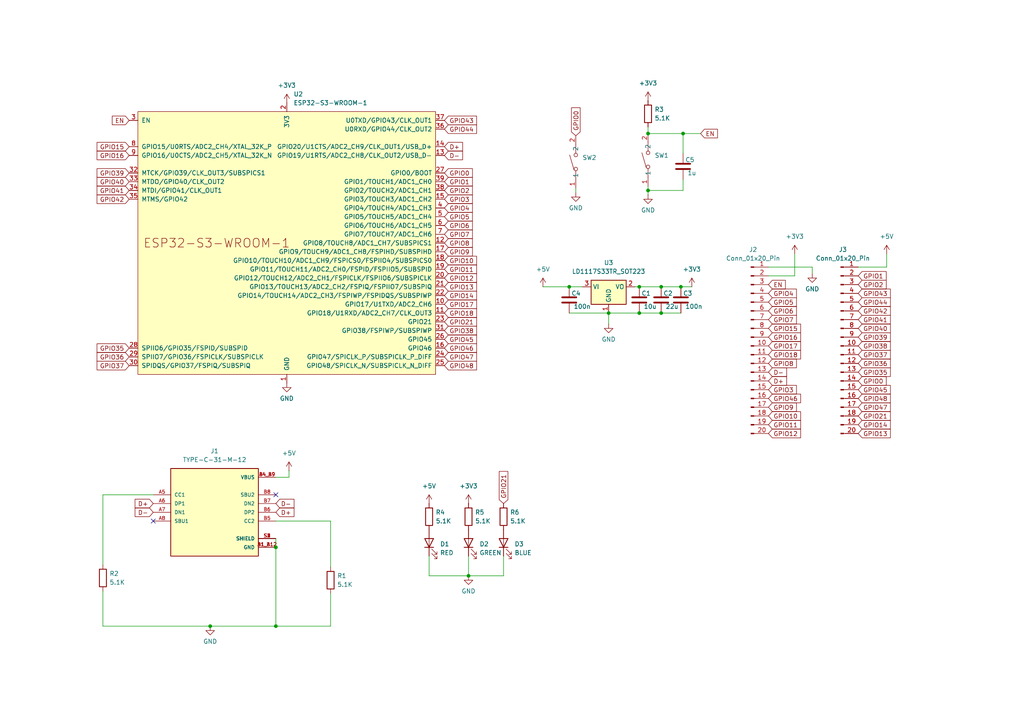
<source format=kicad_sch>
(kicad_sch (version 20250114) (generator "eeschema") (generator_version "9.0")
  (paper "A4")
  (lib_symbols
    (symbol "Connector:Conn_01x20_Pin" (pin_names (offset 1.016) (hide yes))
      (property "Reference" "J" (at 0 25.4 0))
      (property "Value" "Conn_01x20_Pin" (at 0 -27.94 0))
      (symbol "Conn_01x20_Pin_1_1"
        (rectangle (start 0.8636 22.987) (end 0 22.733) (stroke (width 0.1524)) (fill (type outline)))
        (rectangle (start 0.8636 20.447) (end 0 20.193) (stroke (width 0.1524)) (fill (type outline)))
        (rectangle (start 0.8636 17.907) (end 0 17.653) (stroke (width 0.1524)) (fill (type outline)))
        (rectangle (start 0.8636 15.367) (end 0 15.113) (stroke (width 0.1524)) (fill (type outline)))
        (rectangle (start 0.8636 12.827) (end 0 12.573) (stroke (width 0.1524)) (fill (type outline)))
        (rectangle (start 0.8636 10.287) (end 0 10.033) (stroke (width 0.1524)) (fill (type outline)))
        (rectangle (start 0.8636 7.747) (end 0 7.493) (stroke (width 0.1524)) (fill (type outline)))
        (rectangle (start 0.8636 5.207) (end 0 4.953) (stroke (width 0.1524)) (fill (type outline)))
        (rectangle (start 0.8636 2.667) (end 0 2.413) (stroke (width 0.1524)) (fill (type outline)))
        (rectangle (start 0.8636 0.127) (end 0 -0.127) (stroke (width 0.1524)) (fill (type outline)))
        (rectangle (start 0.8636 -2.413) (end 0 -2.667) (stroke (width 0.1524)) (fill (type outline)))
        (rectangle (start 0.8636 -4.953) (end 0 -5.207) (stroke (width 0.1524)) (fill (type outline)))
        (rectangle (start 0.8636 -7.493) (end 0 -7.747) (stroke (width 0.1524)) (fill (type outline)))
        (rectangle (start 0.8636 -10.033) (end 0 -10.287) (stroke (width 0.1524)) (fill (type outline)))
        (rectangle (start 0.8636 -12.573) (end 0 -12.827) (stroke (width 0.1524)) (fill (type outline)))
        (rectangle (start 0.8636 -15.113) (end 0 -15.367) (stroke (width 0.1524)) (fill (type outline)))
        (rectangle (start 0.8636 -17.653) (end 0 -17.907) (stroke (width 0.1524)) (fill (type outline)))
        (rectangle (start 0.8636 -20.193) (end 0 -20.447) (stroke (width 0.1524)) (fill (type outline)))
        (rectangle (start 0.8636 -22.733) (end 0 -22.987) (stroke (width 0.1524)) (fill (type outline)))
        (rectangle (start 0.8636 -25.273) (end 0 -25.527) (stroke (width 0.1524)) (fill (type outline)))
        (polyline (pts (xy 1.27 22.86) (xy 0.8636 22.86)) (stroke (width 0.1524)))
        (polyline (pts (xy 1.27 20.32) (xy 0.8636 20.32)) (stroke (width 0.1524)))
        (polyline (pts (xy 1.27 17.78) (xy 0.8636 17.78)) (stroke (width 0.1524)))
        (polyline (pts (xy 1.27 15.24) (xy 0.8636 15.24)) (stroke (width 0.1524)))
        (polyline (pts (xy 1.27 12.7) (xy 0.8636 12.7)) (stroke (width 0.1524)))
        (polyline (pts (xy 1.27 10.16) (xy 0.8636 10.16)) (stroke (width 0.1524)))
        (polyline (pts (xy 1.27 7.62) (xy 0.8636 7.62)) (stroke (width 0.1524)))
        (polyline (pts (xy 1.27 5.08) (xy 0.8636 5.08)) (stroke (width 0.1524)))
        (polyline (pts (xy 1.27 2.54) (xy 0.8636 2.54)) (stroke (width 0.1524)))
        (polyline (pts (xy 1.27 0) (xy 0.8636 0)) (stroke (width 0.1524)))
        (polyline (pts (xy 1.27 -2.54) (xy 0.8636 -2.54)) (stroke (width 0.1524)))
        (polyline (pts (xy 1.27 -5.08) (xy 0.8636 -5.08)) (stroke (width 0.1524)))
        (polyline (pts (xy 1.27 -7.62) (xy 0.8636 -7.62)) (stroke (width 0.1524)))
        (polyline (pts (xy 1.27 -10.16) (xy 0.8636 -10.16)) (stroke (width 0.1524)))
        (polyline (pts (xy 1.27 -12.7) (xy 0.8636 -12.7)) (stroke (width 0.1524)))
        (polyline (pts (xy 1.27 -15.24) (xy 0.8636 -15.24)) (stroke (width 0.1524)))
        (polyline (pts (xy 1.27 -17.78) (xy 0.8636 -17.78)) (stroke (width 0.1524)))
        (polyline (pts (xy 1.27 -20.32) (xy 0.8636 -20.32)) (stroke (width 0.1524)))
        (polyline (pts (xy 1.27 -22.86) (xy 0.8636 -22.86)) (stroke (width 0.1524)))
        (polyline (pts (xy 1.27 -25.4) (xy 0.8636 -25.4)) (stroke (width 0.1524)))
        (pin passive line (at 5.08 22.86 180) (length 3.81) (name "Pin_1") (number "1"))
        (pin passive line (at 5.08 20.32 180) (length 3.81) (name "Pin_2") (number "2"))
        (pin passive line (at 5.08 17.78 180) (length 3.81) (name "Pin_3") (number "3"))
        (pin passive line (at 5.08 15.24 180) (length 3.81) (name "Pin_4") (number "4"))
        (pin passive line (at 5.08 12.7 180) (length 3.81) (name "Pin_5") (number "5"))
        (pin passive line (at 5.08 10.16 180) (length 3.81) (name "Pin_6") (number "6"))
        (pin passive line (at 5.08 7.62 180) (length 3.81) (name "Pin_7") (number "7"))
        (pin passive line (at 5.08 5.08 180) (length 3.81) (name "Pin_8") (number "8"))
        (pin passive line (at 5.08 2.54 180) (length 3.81) (name "Pin_9") (number "9"))
        (pin passive line (at 5.08 0 180) (length 3.81) (name "Pin_10") (number "10"))
        (pin passive line (at 5.08 -2.54 180) (length 3.81) (name "Pin_11") (number "11"))
        (pin passive line (at 5.08 -5.08 180) (length 3.81) (name "Pin_12") (number "12"))
        (pin passive line (at 5.08 -7.62 180) (length 3.81) (name "Pin_13") (number "13"))
        (pin passive line (at 5.08 -10.16 180) (length 3.81) (name "Pin_14") (number "14"))
        (pin passive line (at 5.08 -12.7 180) (length 3.81) (name "Pin_15") (number "15"))
        (pin passive line (at 5.08 -15.24 180) (length 3.81) (name "Pin_16") (number "16"))
        (pin passive line (at 5.08 -17.78 180) (length 3.81) (name "Pin_17") (number "17"))
        (pin passive line (at 5.08 -20.32 180) (length 3.81) (name "Pin_18") (number "18"))
        (pin passive line (at 5.08 -22.86 180) (length 3.81) (name "Pin_19") (number "19"))
        (pin passive line (at 5.08 -25.4 180) (length 3.81) (name "Pin_20") (number "20"))
      )
    )
    (symbol "Device:C" (pin_numbers (hide yes)) (pin_names (offset 0.254))
      (property "Reference" "C" (at 0.635 2.54 0))
      (property "Value" "C" (at 0.635 -2.54 0))
      (symbol "C_0_1"
        (polyline (pts (xy -2.032 0.762) (xy 2.032 0.762)) (stroke (width 0.508)))
        (polyline (pts (xy -2.032 -0.762) (xy 2.032 -0.762)) (stroke (width 0.508)))
      )
      (symbol "C_1_1"
        (pin passive line (at 0 3.81 270) (length 2.794) (name "~") (number "1"))
        (pin passive line (at 0 -3.81 90) (length 2.794) (name "~") (number "2"))
      )
    )
    (symbol "Device:LED" (pin_numbers (hide yes)) (pin_names (offset 1.016) (hide yes))
      (property "Reference" "D" (at 0 2.54 0))
      (property "Value" "LED" (at 0 -2.54 0))
      (symbol "LED_0_1"
        (polyline (pts (xy -3.048 -0.762) (xy -4.572 -2.286) (xy -3.81 -2.286) (xy -4.572 -2.286) (xy -4.572 -1.524)))
        (polyline (pts (xy -1.778 -0.762) (xy -3.302 -2.286) (xy -2.54 -2.286) (xy -3.302 -2.286) (xy -3.302 -1.524)))
        (polyline (pts (xy -1.27 0) (xy 1.27 0)))
        (polyline (pts (xy -1.27 -1.27) (xy -1.27 1.27)) (stroke (width 0.254)))
        (polyline (pts (xy 1.27 -1.27) (xy 1.27 1.27) (xy -1.27 0) (xy 1.27 -1.27)) (stroke (width 0.254)))
      )
      (symbol "LED_1_1"
        (pin passive line (at -3.81 0 0) (length 2.54) (name "K") (number "1"))
        (pin passive line (at 3.81 0 180) (length 2.54) (name "A") (number "2"))
      )
    )
    (symbol "Device:R" (pin_numbers (hide yes)) (pin_names (offset 0))
      (property "Reference" "R" (at 2.032 0 90))
      (property "Value" "R" (at 0 0 90))
      (symbol "R_0_1"
        (rectangle (start -1.016 -2.54) (end 1.016 2.54) (stroke (width 0.254)))
      )
      (symbol "R_1_1"
        (pin passive line (at 0 3.81 270) (length 1.27) (name "~") (number "1"))
        (pin passive line (at 0 -3.81 90) (length 1.27) (name "~") (number "2"))
      )
    )
    (symbol "PCM_Espressif:ESP32-S3-WROOM-1" (pin_names (offset 1.016))
      (property "Reference" "U" (at -43.18 43.18 0))
      (property "Value" "ESP32-S3-WROOM-1" (at -43.18 40.64 0))
      (symbol "ESP32-S3-WROOM-1_0_0"
        (text "ESP32-S3-WROOM-1" (at -20.32 0 0) (effects (font (size 2.54 2.54))))
        (pin input line (at -45.72 35.56 0) (length 2.54) (name "EN") (number "3"))
        (pin bidirectional line (at -45.72 27.94 0) (length 2.54) (name "GPIO15/U0RTS/ADC2_CH4/XTAL_32K_P") (number "8"))
        (pin bidirectional line (at -45.72 25.4 0) (length 2.54) (name "GPIO16/U0CTS/ADC2_CH5/XTAL_32K_N") (number "9"))
        (pin bidirectional line (at -45.72 20.32 0) (length 2.54) (name "MTCK/GPIO39/CLK_OUT3/SUBSPICS1") (number "32"))
        (pin bidirectional line (at -45.72 17.78 0) (length 2.54) (name "MTDO/GPIO40/CLK_OUT2") (number "33"))
        (pin bidirectional line (at -45.72 15.24 0) (length 2.54) (name "MTDI/GPIO41/CLK_OUT1") (number "34"))
        (pin bidirectional line (at -45.72 12.7 0) (length 2.54) (name "MTMS/GPIO42") (number "35"))
        (pin bidirectional line (at -45.72 -30.48 0) (length 2.54) (name "SPIIO6/GPIO35/FSPID/SUBSPID") (number "28"))
        (pin bidirectional line (at -45.72 -33.02 0) (length 2.54) (name "SPIIO7/GPIO36/FSPICLK/SUBSPICLK") (number "29"))
        (pin bidirectional line (at -45.72 -35.56 0) (length 2.54) (name "SPIDQS/GPIO37/FSPIQ/SUBSPIQ") (number "30"))
        (pin power_in line (at 0 40.64 270) (length 2.54) (name "3V3") (number "2"))
        (pin power_in line (at 0 -40.64 90) (length 2.54) (name "GND") (number "1"))
        (pin passive line (at 0 -40.64 90) (length 2.54) (hide yes) (name "GND") (number "40"))
        (pin passive line (at 0 -40.64 90) (length 2.54) (hide yes) (name "GND") (number "41"))
        (pin bidirectional line (at 45.72 35.56 180) (length 2.54) (name "U0TXD/GPIO43/CLK_OUT1") (number "37"))
        (pin bidirectional line (at 45.72 33.02 180) (length 2.54) (name "U0RXD/GPIO44/CLK_OUT2") (number "36"))
        (pin bidirectional line (at 45.72 27.94 180) (length 2.54) (name "GPIO20/U1CTS/ADC2_CH9/CLK_OUT1/USB_D+") (number "14"))
        (pin bidirectional line (at 45.72 25.4 180) (length 2.54) (name "GPIO19/U1RTS/ADC2_CH8/CLK_OUT2/USB_D-") (number "13"))
        (pin bidirectional line (at 45.72 20.32 180) (length 2.54) (name "GPIO0/BOOT") (number "27"))
        (pin bidirectional line (at 45.72 17.78 180) (length 2.54) (name "GPIO1/TOUCH1/ADC1_CH0") (number "39"))
        (pin bidirectional line (at 45.72 15.24 180) (length 2.54) (name "GPIO2/TOUCH2/ADC1_CH1") (number "38"))
        (pin bidirectional line (at 45.72 12.7 180) (length 2.54) (name "GPIO3/TOUCH3/ADC1_CH2") (number "15"))
        (pin bidirectional line (at 45.72 10.16 180) (length 2.54) (name "GPIO4/TOUCH4/ADC1_CH3") (number "4"))
        (pin bidirectional line (at 45.72 7.62 180) (length 2.54) (name "GPIO5/TOUCH5/ADC1_CH4") (number "5"))
        (pin bidirectional line (at 45.72 5.08 180) (length 2.54) (name "GPIO6/TOUCH6/ADC1_CH5") (number "6"))
        (pin bidirectional line (at 45.72 2.54 180) (length 2.54) (name "GPIO7/TOUCH7/ADC1_CH6") (number "7"))
        (pin bidirectional line (at 45.72 0 180) (length 2.54) (name "GPIO8/TOUCH8/ADC1_CH7/SUBSPICS1") (number "12"))
        (pin bidirectional line (at 45.72 -2.54 180) (length 2.54) (name "GPIO9/TOUCH9/ADC1_CH8/FSPIHD/SUBSPIHD") (number "17"))
        (pin bidirectional line (at 45.72 -5.08 180) (length 2.54) (name "GPIO10/TOUCH10/ADC1_CH9/FSPICS0/FSPIIO4/SUBSPICS0") (number "18"))
        (pin bidirectional line (at 45.72 -7.62 180) (length 2.54) (name "GPIO11/TOUCH11/ADC2_CH0/FSPID/FSPIIO5/SUBSPID") (number "19"))
        (pin bidirectional line (at 45.72 -10.16 180) (length 2.54) (name "GPIO12/TOUCH12/ADC2_CH1/FSPICLK/FSPIIO6/SUBSPICLK") (number "20"))
        (pin bidirectional line (at 45.72 -12.7 180) (length 2.54) (name "GPIO13/TOUCH13/ADC2_CH2/FSPIQ/FSPIIO7/SUBSPIQ") (number "21"))
        (pin bidirectional line (at 45.72 -15.24 180) (length 2.54) (name "GPIO14/TOUCH14/ADC2_CH3/FSPIWP/FSPIDQS/SUBSPIWP") (number "22"))
        (pin bidirectional line (at 45.72 -17.78 180) (length 2.54) (name "GPIO17/U1TXD/ADC2_CH6") (number "10"))
        (pin bidirectional line (at 45.72 -20.32 180) (length 2.54) (name "GPIO18/U1RXD/ADC2_CH7/CLK_OUT3") (number "11"))
        (pin bidirectional line (at 45.72 -22.86 180) (length 2.54) (name "GPIO21") (number "23"))
        (pin bidirectional line (at 45.72 -25.4 180) (length 2.54) (name "GPIO38/FSPIWP/SUBSPIWP") (number "31"))
        (pin bidirectional line (at 45.72 -27.94 180) (length 2.54) (name "GPIO45") (number "26"))
        (pin bidirectional line (at 45.72 -30.48 180) (length 2.54) (name "GPIO46") (number "16"))
        (pin bidirectional line (at 45.72 -33.02 180) (length 2.54) (name "GPIO47/SPICLK_P/SUBSPICLK_P_DIFF") (number "24"))
        (pin bidirectional line (at 45.72 -35.56 180) (length 2.54) (name "GPIO48/SPICLK_N/SUBSPICLK_N_DIFF") (number "25"))
      )
      (symbol "ESP32-S3-WROOM-1_0_1"
        (rectangle (start -43.18 38.1) (end 43.18 -38.1) (fill (type background)))
      )
    )
    (symbol "Regulator_Linear:LD1117S33TR_SOT223"
      (property "Reference" "U" (at -3.81 3.175 0))
      (property "Value" "LD1117S33TR_SOT223" (at 0 3.175 0))
      (symbol "LD1117S33TR_SOT223_0_1"
        (rectangle (start -5.08 -5.08) (end 5.08 1.905) (stroke (width 0.254)) (fill (type background)))
      )
      (symbol "LD1117S33TR_SOT223_1_1"
        (pin power_in line (at -7.62 0 0) (length 2.54) (name "VI") (number "3"))
        (pin power_in line (at 0 -7.62 90) (length 2.54) (name "GND") (number "1"))
        (pin power_out line (at 7.62 0 180) (length 2.54) (name "VO") (number "2"))
      )
    )
    (symbol "TYPE-C-31-M-12:TYPE-C-31-M-12" (pin_names (offset 1.016))
      (property "Reference" "J" (at -12.7 13.462 0))
      (property "Value" "TYPE-C-31-M-12" (at -12.7 -13.462 0))
      (symbol "TYPE-C-31-M-12_0_0"
        (rectangle (start -12.7 -12.7) (end 12.7 12.7) (stroke (width 0.254)) (fill (type background)))
        (pin bidirectional line (at -17.78 5.08 0) (length 5.08) (name "CC1") (number "A5"))
        (pin bidirectional line (at -17.78 2.54 0) (length 5.08) (name "DP1") (number "A6"))
        (pin bidirectional line (at -17.78 0 0) (length 5.08) (name "DN1") (number "A7"))
        (pin bidirectional line (at -17.78 -2.54 0) (length 5.08) (name "SBU1") (number "A8"))
        (pin power_in line (at 17.78 10.16 180) (length 5.08) (name "VBUS") (number "A4_B9"))
        (pin power_in line (at 17.78 10.16 180) (length 5.08) (name "VBUS") (number "B4_A9"))
        (pin bidirectional line (at 17.78 5.08 180) (length 5.08) (name "SBU2") (number "B8"))
        (pin bidirectional line (at 17.78 2.54 180) (length 5.08) (name "DN2") (number "B7"))
        (pin bidirectional line (at 17.78 0 180) (length 5.08) (name "DP2") (number "B6"))
        (pin bidirectional line (at 17.78 -2.54 180) (length 5.08) (name "CC2") (number "B5"))
        (pin passive line (at 17.78 -7.62 180) (length 5.08) (name "SHIELD") (number "S1"))
        (pin passive line (at 17.78 -7.62 180) (length 5.08) (name "SHIELD") (number "S2"))
        (pin passive line (at 17.78 -7.62 180) (length 5.08) (name "SHIELD") (number "S3"))
        (pin passive line (at 17.78 -7.62 180) (length 5.08) (name "SHIELD") (number "S4"))
        (pin power_in line (at 17.78 -10.16 180) (length 5.08) (name "GND") (number "A1_B12"))
        (pin power_in line (at 17.78 -10.16 180) (length 5.08) (name "GND") (number "B1_A12"))
      )
    )
    (symbol "easyeda2kicad:TS-1088-AR02016"
      (property "Reference" "SW" (at 0 5.08 0))
      (property "Value" "TS-1088-AR02016" (at 0 -5.08 0))
      (symbol "TS-1088-AR02016_0_1"
        (polyline (pts (xy -5.08 0) (xy -2.54 0)))
        (polyline (pts (xy -2.29 0.51) (xy 2.03 1.78)))
        (circle (center -2.03 0) (radius 0.51))
        (circle (center 2.03 0) (radius 0.51))
        (polyline (pts (xy 5.08 0) (xy 2.54 0)))
        (pin unspecified line (at -7.62 0 0) (length 2.54) (name "1") (number "1"))
        (pin unspecified line (at 7.62 0 180) (length 2.54) (name "2") (number "2"))
      )
    )
    (symbol "power:+3V3" (power) (pin_numbers (hide yes)) (pin_names (offset 0) (hide yes))
      (property "Value" "+3V3" (at 0 3.556 0))
      (symbol "+3V3_0_1"
        (polyline (pts (xy -0.762 1.27) (xy 0 2.54)))
        (polyline (pts (xy 0 2.54) (xy 0.762 1.27)))
        (polyline (pts (xy 0 0) (xy 0 2.54)))
      )
      (symbol "+3V3_1_1"
        (pin power_in line (at 0 0 90) (length 0) (name "~") (number "1"))
      )
    )
    (symbol "power:+5V" (power) (pin_numbers (hide yes)) (pin_names (offset 0) (hide yes))
      (property "Value" "+5V" (at 0 3.556 0))
      (symbol "+5V_0_1"
        (polyline (pts (xy -0.762 1.27) (xy 0 2.54)))
        (polyline (pts (xy 0 2.54) (xy 0.762 1.27)))
        (polyline (pts (xy 0 0) (xy 0 2.54)))
      )
      (symbol "+5V_1_1"
        (pin power_in line (at 0 0 90) (length 0) (name "~") (number "1"))
      )
    )
    (symbol "power:GND" (power) (pin_numbers (hide yes)) (pin_names (offset 0) (hide yes))
      (property "Value" "GND" (at 0 -3.81 0))
      (symbol "GND_0_1"
        (polyline (pts (xy 0 0) (xy 0 -1.27) (xy 1.27 -1.27) (xy 0 -2.54) (xy -1.27 -1.27) (xy 0 -1.27)))
      )
      (symbol "GND_1_1"
        (pin power_in line (at 0 0 270) (length 0) (name "~") (number "1"))
      )
    )
  )
  (junction (at 135.89 167.005))
  (junction (at 185.42 90.805))
  (junction (at 165.1 83.185))
  (junction (at 60.96 181.61))
  (junction (at 187.96 38.735))
  (junction (at 176.53 90.805))
  (junction (at 191.77 90.805))
  (junction (at 198.12 38.735))
  (junction (at 80.01 181.61))
  (junction (at 191.77 83.185))
  (junction (at 197.485 83.185))
  (junction (at 187.96 55.245))
  (junction (at 185.42 83.185))
  (junction (at 80.01 158.75))
  (no_connect (at 44.45 151.13))
  (no_connect (at 80.01 143.51))
  (wire (pts (xy 29.845 181.61) (xy 60.96 181.61)))
  (wire (pts (xy 135.89 167.005) (xy 146.05 167.005)))
  (wire (pts (xy 124.46 161.29) (xy 124.46 167.005)))
  (wire (pts (xy 60.96 181.61) (xy 80.01 181.61)))
  (wire (pts (xy 29.845 171.45) (xy 29.845 181.61)))
  (wire (pts (xy 222.885 77.47) (xy 235.585 77.47)))
  (wire (pts (xy 187.96 55.245) (xy 198.12 55.245)))
  (wire (pts (xy 176.53 90.805) (xy 185.42 90.805)))
  (wire (pts (xy 235.585 77.47) (xy 235.585 79.375)))
  (wire (pts (xy 198.12 38.735) (xy 203.2 38.735)))
  (wire (pts (xy 80.01 181.61) (xy 95.885 181.61)))
  (wire (pts (xy 185.42 90.805) (xy 191.77 90.805)))
  (wire (pts (xy 257.175 73.66) (xy 257.175 77.47)))
  (wire (pts (xy 176.53 93.98) (xy 176.53 90.805)))
  (wire (pts (xy 80.01 156.21) (xy 80.01 158.75)))
  (wire (pts (xy 165.1 90.805) (xy 176.53 90.805)))
  (wire (pts (xy 248.92 77.47) (xy 257.175 77.47)))
  (wire (pts (xy 157.48 83.185) (xy 165.1 83.185)))
  (wire (pts (xy 80.01 151.13) (xy 95.885 151.13)))
  (wire (pts (xy 80.01 158.75) (xy 80.01 181.61)))
  (wire (pts (xy 222.885 80.01) (xy 230.505 80.01)))
  (wire (pts (xy 165.1 83.185) (xy 168.91 83.185)))
  (wire (pts (xy 198.12 38.735) (xy 198.12 44.45)))
  (wire (pts (xy 135.89 161.29) (xy 135.89 167.005)))
  (wire (pts (xy 184.15 83.185) (xy 185.42 83.185)))
  (wire (pts (xy 29.845 143.51) (xy 29.845 163.83)))
  (wire (pts (xy 187.96 53.975) (xy 187.96 55.245)))
  (wire (pts (xy 124.46 167.005) (xy 135.89 167.005)))
  (wire (pts (xy 95.885 172.085) (xy 95.885 181.61)))
  (wire (pts (xy 198.12 52.07) (xy 198.12 55.245)))
  (wire (pts (xy 197.485 83.185) (xy 200.66 83.185)))
  (wire (pts (xy 95.885 151.13) (xy 95.885 164.465)))
  (wire (pts (xy 80.01 138.43) (xy 83.82 138.43)))
  (wire (pts (xy 146.05 161.29) (xy 146.05 167.005)))
  (wire (pts (xy 191.77 83.185) (xy 197.485 83.185)))
  (wire (pts (xy 230.505 73.66) (xy 230.505 80.01)))
  (wire (pts (xy 187.96 36.83) (xy 187.96 38.735)))
  (wire (pts (xy 29.845 143.51) (xy 44.45 143.51)))
  (wire (pts (xy 185.42 83.185) (xy 191.77 83.185)))
  (wire (pts (xy 191.77 90.805) (xy 197.485 90.805)))
  (wire (pts (xy 187.96 55.245) (xy 187.96 56.515)))
  (wire (pts (xy 167.005 55.88) (xy 167.005 54.61)))
  (wire (pts (xy 187.96 38.735) (xy 198.12 38.735)))
  (wire (pts (xy 83.82 136.525) (xy 83.82 138.43)))
  (global_label "GPIO42" (shape input) (at 248.92 90.17 0) (property "Intersheetrefs" "${INTERSHEET_REFS}" (effects (hide yes))))
  (global_label "GPIO37" (shape input) (at 248.92 102.87 0) (property "Intersheetrefs" "${INTERSHEET_REFS}" (effects (hide yes))))
  (global_label "GPIO39" (shape input) (at 37.465 50.165 180) (property "Intersheetrefs" "${INTERSHEET_REFS}" (effects (hide yes))))
  (global_label "GPIO39" (shape input) (at 248.92 97.79 0) (property "Intersheetrefs" "${INTERSHEET_REFS}" (effects (hide yes))))
  (global_label "GPIO1" (shape input) (at 128.905 52.705 0) (property "Intersheetrefs" "${INTERSHEET_REFS}" (effects (hide yes))))
  (global_label "GPIO41" (shape input) (at 37.465 55.245 180) (property "Intersheetrefs" "${INTERSHEET_REFS}" (effects (hide yes))))
  (global_label "GPIO21" (shape input) (at 128.905 93.345 0) (property "Intersheetrefs" "${INTERSHEET_REFS}" (effects (hide yes))))
  (global_label "GPIO2" (shape input) (at 128.905 55.245 0) (property "Intersheetrefs" "${INTERSHEET_REFS}" (effects (hide yes))))
  (global_label "GPIO41" (shape input) (at 248.92 92.71 0) (property "Intersheetrefs" "${INTERSHEET_REFS}" (effects (hide yes))))
  (global_label "GPIO40" (shape input) (at 37.465 52.705 180) (property "Intersheetrefs" "${INTERSHEET_REFS}" (effects (hide yes))))
  (global_label "GPIO36" (shape input) (at 248.92 105.41 0) (property "Intersheetrefs" "${INTERSHEET_REFS}" (effects (hide yes))))
  (global_label "GPIO4" (shape input) (at 128.905 60.325 0) (property "Intersheetrefs" "${INTERSHEET_REFS}" (effects (hide yes))))
  (global_label "GPIO18" (shape input) (at 222.885 102.87 0) (property "Intersheetrefs" "${INTERSHEET_REFS}" (effects (hide yes))))
  (global_label "GPIO4" (shape input) (at 222.885 85.09 0) (property "Intersheetrefs" "${INTERSHEET_REFS}" (effects (hide yes))))
  (global_label "GPIO6" (shape input) (at 128.905 65.405 0) (property "Intersheetrefs" "${INTERSHEET_REFS}" (effects (hide yes))))
  (global_label "GPIO8" (shape input) (at 222.885 105.41 0) (property "Intersheetrefs" "${INTERSHEET_REFS}" (effects (hide yes))))
  (global_label "GPIO47" (shape input) (at 248.92 118.11 0) (property "Intersheetrefs" "${INTERSHEET_REFS}" (effects (hide yes))))
  (global_label "GPIO14" (shape input) (at 128.905 85.725 0) (property "Intersheetrefs" "${INTERSHEET_REFS}" (effects (hide yes))))
  (global_label "EN" (shape input) (at 222.885 82.55 0) (property "Intersheetrefs" "${INTERSHEET_REFS}" (effects (hide yes))))
  (global_label "GPIO7" (shape input) (at 128.905 67.945 0) (property "Intersheetrefs" "${INTERSHEET_REFS}" (effects (hide yes))))
  (global_label "GPIO35" (shape input) (at 248.92 107.95 0) (property "Intersheetrefs" "${INTERSHEET_REFS}" (effects (hide yes))))
  (global_label "GPIO45" (shape input) (at 128.905 98.425 0) (property "Intersheetrefs" "${INTERSHEET_REFS}" (effects (hide yes))))
  (global_label "GPIO11" (shape input) (at 222.885 123.19 0) (property "Intersheetrefs" "${INTERSHEET_REFS}" (effects (hide yes))))
  (global_label "GPIO40" (shape input) (at 248.92 95.25 0) (property "Intersheetrefs" "${INTERSHEET_REFS}" (effects (hide yes))))
  (global_label "GPIO13" (shape input) (at 128.905 83.185 0) (property "Intersheetrefs" "${INTERSHEET_REFS}" (effects (hide yes))))
  (global_label "GPIO1" (shape input) (at 248.92 80.01 0) (property "Intersheetrefs" "${INTERSHEET_REFS}" (effects (hide yes))))
  (global_label "GPIO10" (shape input) (at 128.905 75.565 0) (property "Intersheetrefs" "${INTERSHEET_REFS}" (effects (hide yes))))
  (global_label "GPIO43" (shape input) (at 128.905 34.925 0) (property "Intersheetrefs" "${INTERSHEET_REFS}" (effects (hide yes))))
  (global_label "GPIO46" (shape input) (at 128.905 100.965 0) (property "Intersheetrefs" "${INTERSHEET_REFS}" (effects (hide yes))))
  (global_label "GPIO45" (shape input) (at 248.92 113.03 0) (property "Intersheetrefs" "${INTERSHEET_REFS}" (effects (hide yes))))
  (global_label "GPIO9" (shape input) (at 222.885 118.11 0) (property "Intersheetrefs" "${INTERSHEET_REFS}" (effects (hide yes))))
  (global_label "GPIO3" (shape input) (at 222.885 113.03 0) (property "Intersheetrefs" "${INTERSHEET_REFS}" (effects (hide yes))))
  (global_label "D-" (shape input) (at 80.01 146.05 0) (property "Intersheetrefs" "${INTERSHEET_REFS}" (effects (hide yes))))
  (global_label "GPIO15" (shape input) (at 222.885 95.25 0) (property "Intersheetrefs" "${INTERSHEET_REFS}" (effects (hide yes))))
  (global_label "EN" (shape input) (at 37.465 34.925 180) (property "Intersheetrefs" "${INTERSHEET_REFS}" (effects (hide yes))))
  (global_label "GPIO13" (shape input) (at 248.92 125.73 0) (property "Intersheetrefs" "${INTERSHEET_REFS}" (effects (hide yes))))
  (global_label "GPIO12" (shape input) (at 222.885 125.73 0) (property "Intersheetrefs" "${INTERSHEET_REFS}" (effects (hide yes))))
  (global_label "GPIO5" (shape input) (at 128.905 62.865 0) (property "Intersheetrefs" "${INTERSHEET_REFS}" (effects (hide yes))))
  (global_label "GPIO42" (shape input) (at 37.465 57.785 180) (property "Intersheetrefs" "${INTERSHEET_REFS}" (effects (hide yes))))
  (global_label "GPIO48" (shape input) (at 128.905 106.045 0) (property "Intersheetrefs" "${INTERSHEET_REFS}" (effects (hide yes))))
  (global_label "GPIO46" (shape input) (at 222.885 115.57 0) (property "Intersheetrefs" "${INTERSHEET_REFS}" (effects (hide yes))))
  (global_label "GPIO16" (shape input) (at 222.885 97.79 0) (property "Intersheetrefs" "${INTERSHEET_REFS}" (effects (hide yes))))
  (global_label "GPIO15" (shape input) (at 37.465 42.545 180) (property "Intersheetrefs" "${INTERSHEET_REFS}" (effects (hide yes))))
  (global_label "GPIO43" (shape input) (at 248.92 85.09 0) (property "Intersheetrefs" "${INTERSHEET_REFS}" (effects (hide yes))))
  (global_label "GPIO0" (shape input) (at 248.92 110.49 0) (property "Intersheetrefs" "${INTERSHEET_REFS}" (effects (hide yes))))
  (global_label "GPIO12" (shape input) (at 128.905 80.645 0) (property "Intersheetrefs" "${INTERSHEET_REFS}" (effects (hide yes))))
  (global_label "GPIO37" (shape input) (at 37.465 106.045 180) (property "Intersheetrefs" "${INTERSHEET_REFS}" (effects (hide yes))))
  (global_label "EN" (shape input) (at 203.2 38.735 0) (property "Intersheetrefs" "${INTERSHEET_REFS}" (effects (hide yes))))
  (global_label "GPIO9" (shape input) (at 128.905 73.025 0) (property "Intersheetrefs" "${INTERSHEET_REFS}" (effects (hide yes))))
  (global_label "D+" (shape input) (at 128.905 42.545 0) (property "Intersheetrefs" "${INTERSHEET_REFS}" (effects (hide yes))))
  (global_label "D+" (shape input) (at 80.01 148.59 0) (property "Intersheetrefs" "${INTERSHEET_REFS}" (effects (hide yes))))
  (global_label "GPIO38" (shape input) (at 248.92 100.33 0) (property "Intersheetrefs" "${INTERSHEET_REFS}" (effects (hide yes))))
  (global_label "GPIO21" (shape input) (at 248.92 120.65 0) (property "Intersheetrefs" "${INTERSHEET_REFS}" (effects (hide yes))))
  (global_label "GPIO14" (shape input) (at 248.92 123.19 0) (property "Intersheetrefs" "${INTERSHEET_REFS}" (effects (hide yes))))
  (global_label "GPIO18" (shape input) (at 128.905 90.805 0) (property "Intersheetrefs" "${INTERSHEET_REFS}" (effects (hide yes))))
  (global_label "GPIO2" (shape input) (at 248.92 82.55 0) (property "Intersheetrefs" "${INTERSHEET_REFS}" (effects (hide yes))))
  (global_label "GPIO35" (shape input) (at 37.465 100.965 180) (property "Intersheetrefs" "${INTERSHEET_REFS}" (effects (hide yes))))
  (global_label "GPIO21" (shape input) (at 146.05 146.05 90) (property "Intersheetrefs" "${INTERSHEET_REFS}" (effects (hide yes))))
  (global_label "GPIO17" (shape input) (at 128.905 88.265 0) (property "Intersheetrefs" "${INTERSHEET_REFS}" (effects (hide yes))))
  (global_label "GPIO6" (shape input) (at 222.885 90.17 0) (property "Intersheetrefs" "${INTERSHEET_REFS}" (effects (hide yes))))
  (global_label "GPIO16" (shape input) (at 37.465 45.085 180) (property "Intersheetrefs" "${INTERSHEET_REFS}" (effects (hide yes))))
  (global_label "D+" (shape input) (at 222.885 110.49 0) (property "Intersheetrefs" "${INTERSHEET_REFS}" (effects (hide yes))))
  (global_label "GPIO7" (shape input) (at 222.885 92.71 0) (property "Intersheetrefs" "${INTERSHEET_REFS}" (effects (hide yes))))
  (global_label "D-" (shape input) (at 128.905 45.085 0) (property "Intersheetrefs" "${INTERSHEET_REFS}" (effects (hide yes))))
  (global_label "GPIO3" (shape input) (at 128.905 57.785 0) (property "Intersheetrefs" "${INTERSHEET_REFS}" (effects (hide yes))))
  (global_label "GPIO44" (shape input) (at 248.92 87.63 0) (property "Intersheetrefs" "${INTERSHEET_REFS}" (effects (hide yes))))
  (global_label "D-" (shape input) (at 222.885 107.95 0) (property "Intersheetrefs" "${INTERSHEET_REFS}" (effects (hide yes))))
  (global_label "D+" (shape input) (at 44.45 146.05 180) (property "Intersheetrefs" "${INTERSHEET_REFS}" (effects (hide yes))))
  (global_label "GPIO0" (shape input) (at 128.905 50.165 0) (property "Intersheetrefs" "${INTERSHEET_REFS}" (effects (hide yes))))
  (global_label "GPIO5" (shape input) (at 222.885 87.63 0) (property "Intersheetrefs" "${INTERSHEET_REFS}" (effects (hide yes))))
  (global_label "GPIO10" (shape input) (at 222.885 120.65 0) (property "Intersheetrefs" "${INTERSHEET_REFS}" (effects (hide yes))))
  (global_label "GPIO8" (shape input) (at 128.905 70.485 0) (property "Intersheetrefs" "${INTERSHEET_REFS}" (effects (hide yes))))
  (global_label "GPIO48" (shape input) (at 248.92 115.57 0) (property "Intersheetrefs" "${INTERSHEET_REFS}" (effects (hide yes))))
  (global_label "GPIO38" (shape input) (at 128.905 95.885 0) (property "Intersheetrefs" "${INTERSHEET_REFS}" (effects (hide yes))))
  (global_label "GPIO11" (shape input) (at 128.905 78.105 0) (property "Intersheetrefs" "${INTERSHEET_REFS}" (effects (hide yes))))
  (global_label "GPIO47" (shape input) (at 128.905 103.505 0) (property "Intersheetrefs" "${INTERSHEET_REFS}" (effects (hide yes))))
  (global_label "GPIO0" (shape input) (at 167.005 39.37 90) (property "Intersheetrefs" "${INTERSHEET_REFS}" (effects (hide yes))))
  (global_label "GPIO36" (shape input) (at 37.465 103.505 180) (property "Intersheetrefs" "${INTERSHEET_REFS}" (effects (hide yes))))
  (global_label "D-" (shape input) (at 44.45 148.59 180) (property "Intersheetrefs" "${INTERSHEET_REFS}" (effects (hide yes))))
  (global_label "GPIO17" (shape input) (at 222.885 100.33 0) (property "Intersheetrefs" "${INTERSHEET_REFS}" (effects (hide yes))))
  (global_label "GPIO44" (shape input) (at 128.905 37.465 0) (property "Intersheetrefs" "${INTERSHEET_REFS}" (effects (hide yes))))
  (symbol (lib_id "Device:R") (at 124.46 149.86 0) (unit 1)
    (property "Reference" "R4" (at 126.365 148.5899 0) (effects (justify left)))
    (property "Value" "5.1K" (at 126.365 151.1299 0) (effects (justify left)))
    (property "Footprint" "Resistor_SMD:R_0603_1608Metric" (effects (hide yes)))
    (property "Description" "Resistor" (effects (hide yes)))
  )
  (symbol (lib_id "Device:R") (at 135.89 149.86 0) (unit 1)
    (property "Reference" "R5" (at 137.795 148.5899 0) (effects (justify left)))
    (property "Value" "5.1K" (at 137.795 151.1299 0) (effects (justify left)))
    (property "Footprint" "Resistor_SMD:R_0603_1608Metric" (effects (hide yes)))
    (property "Description" "Resistor" (effects (hide yes)))
  )
  (symbol (lib_id "power:+3V3") (at 83.185 29.845 0) (unit 1)
    (property "Reference" "#PWR05" (effects (hide yes)))
    (property "Value" "+3V3" (at 83.185 24.765 0))
    (property "Description" "Power symbol creates a global label with name \"+3V3\"" (effects (hide yes)))
  )
  (symbol (lib_id "Device:LED") (at 135.89 157.48 90) (unit 1)
    (property "Reference" "D2" (at 139.065 157.7974 90) (effects (justify right)))
    (property "Value" "GREEN" (at 139.065 160.3374 90) (effects (justify right)))
    (property "Footprint" "LED_SMD:LED_0603_1608Metric" (effects (hide yes)))
    (property "Description" "Light emitting diode" (effects (hide yes)))
    (property "Sim.Pins" "1=K 2=A" (effects (hide yes)))
  )
  (symbol (lib_id "Device:C") (at 185.42 86.995 0) (unit 1)
    (property "Reference" "C1" (at 186.055 85.09 0) (effects (justify left)))
    (property "Value" "10u" (at 186.69 88.9 0) (effects (justify left)))
    (property "Footprint" "Capacitor_SMD:C_0603_1608Metric" (effects (hide yes)))
    (property "Description" "Unpolarized capacitor" (effects (hide yes)))
  )
  (symbol (lib_id "Device:C") (at 197.485 86.995 0) (unit 1)
    (property "Reference" "C3" (at 198.12 85.09 0) (effects (justify left)))
    (property "Value" "100n" (at 198.755 88.9 0) (effects (justify left)))
    (property "Footprint" "Capacitor_SMD:C_0603_1608Metric" (effects (hide yes)))
    (property "Description" "Unpolarized capacitor" (effects (hide yes)))
  )
  (symbol (lib_id "Connector:Conn_01x20_Pin") (at 243.84 100.33 0) (unit 1)
    (property "Reference" "J3" (at 244.475 72.39 0))
    (property "Value" "Conn_01x20_Pin" (at 244.475 74.93 0))
    (property "Footprint" "Connector_PinHeader_2.54mm:PinHeader_1x20_P2.54mm_Vertical" (effects (hide yes)))
    (property "Description" "Generic connector, single row, 01x20, script generated" (effects (hide yes)))
  )
  (symbol (lib_id "power:GND") (at 176.53 93.98 0) (unit 1)
    (property "Reference" "#PWR08" (effects (hide yes)))
    (property "Value" "GND" (at 176.53 98.425 0))
    (property "Description" "Power symbol creates a global label with name \"GND\" , ground" (effects (hide yes)))
  )
  (symbol (lib_id "power:+5V") (at 157.48 83.185 0) (unit 1)
    (property "Reference" "#PWR07" (effects (hide yes)))
    (property "Value" "+5V" (at 157.48 78.105 0))
    (property "Description" "Power symbol creates a global label with name \"+5V\"" (effects (hide yes)))
  )
  (symbol (lib_id "power:+5V") (at 83.82 136.525 0) (unit 1)
    (property "Reference" "#PWR013" (effects (hide yes)))
    (property "Value" "+5V" (at 83.82 131.445 0))
    (property "Description" "Power symbol creates a global label with name \"+5V\"" (effects (hide yes)))
  )
  (symbol (lib_id "power:+5V") (at 124.46 146.05 0) (unit 1)
    (property "Reference" "#PWR015" (effects (hide yes)))
    (property "Value" "+5V" (at 124.46 140.97 0))
    (property "Description" "Power symbol creates a global label with name \"+5V\"" (effects (hide yes)))
  )
  (symbol (lib_id "power:GND") (at 167.005 55.88 0) (unit 1)
    (property "Reference" "#PWR09" (effects (hide yes)))
    (property "Value" "GND" (at 167.005 60.325 0))
    (property "Description" "Power symbol creates a global label with name \"GND\" , ground" (effects (hide yes)))
  )
  (symbol (lib_id "Device:R") (at 95.885 168.275 0) (unit 1)
    (property "Reference" "R1" (at 97.79 167.0049 0) (effects (justify left)))
    (property "Value" "5.1K" (at 97.79 169.5449 0) (effects (justify left)))
    (property "Footprint" "Resistor_SMD:R_0603_1608Metric" (effects (hide yes)))
    (property "Description" "Resistor" (effects (hide yes)))
  )
  (symbol (lib_id "Device:LED") (at 146.05 157.48 90) (unit 1)
    (property "Reference" "D3" (at 149.225 157.7974 90) (effects (justify right)))
    (property "Value" "BLUE" (at 149.225 160.3374 90) (effects (justify right)))
    (property "Footprint" "LED_SMD:LED_0603_1608Metric" (effects (hide yes)))
    (property "Description" "Light emitting diode" (effects (hide yes)))
    (property "Sim.Pins" "1=K 2=A" (effects (hide yes)))
  )
  (symbol (lib_id "Device:R") (at 146.05 149.86 0) (unit 1)
    (property "Reference" "R6" (at 147.955 148.5899 0) (effects (justify left)))
    (property "Value" "5.1K" (at 147.955 151.1299 0) (effects (justify left)))
    (property "Footprint" "Resistor_SMD:R_0603_1608Metric" (effects (hide yes)))
    (property "Description" "Resistor" (effects (hide yes)))
  )
  (symbol (lib_id "power:GND") (at 60.96 181.61 0) (unit 1)
    (property "Reference" "#PWR012" (effects (hide yes)))
    (property "Value" "GND" (at 60.96 186.055 0))
    (property "Description" "Power symbol creates a global label with name \"GND\" , ground" (effects (hide yes)))
  )
  (symbol (lib_id "power:+3V3") (at 230.505 73.66 0) (unit 1)
    (property "Reference" "#PWR03" (effects (hide yes)))
    (property "Value" "+3V3" (at 230.505 68.58 0))
    (property "Description" "Power symbol creates a global label with name \"+3V3\"" (effects (hide yes)))
  )
  (symbol (lib_id "power:+5V") (at 257.175 73.66 0) (unit 1)
    (property "Reference" "#PWR04" (effects (hide yes)))
    (property "Value" "+5V" (at 257.175 68.58 0))
    (property "Description" "Power symbol creates a global label with name \"+5V\"" (effects (hide yes)))
  )
  (symbol (lib_id "Device:R") (at 187.96 33.02 0) (unit 1)
    (property "Reference" "R3" (at 189.865 31.7499 0) (effects (justify left)))
    (property "Value" "5.1K" (at 189.865 34.2899 0) (effects (justify left)))
    (property "Footprint" "Resistor_SMD:R_0603_1608Metric" (effects (hide yes)))
    (property "Description" "Resistor" (effects (hide yes)))
  )
  (symbol (lib_id "power:GND") (at 187.96 56.515 0) (unit 1)
    (property "Reference" "#PWR010" (effects (hide yes)))
    (property "Value" "GND" (at 187.96 60.96 0))
    (property "Description" "Power symbol creates a global label with name \"GND\" , ground" (effects (hide yes)))
  )
  (symbol (lib_id "Device:R") (at 29.845 167.64 0) (unit 1)
    (property "Reference" "R2" (at 31.75 166.3699 0) (effects (justify left)))
    (property "Value" "5.1K" (at 31.75 168.9099 0) (effects (justify left)))
    (property "Footprint" "Resistor_SMD:R_0603_1608Metric" (effects (hide yes)))
    (property "Description" "Resistor" (effects (hide yes)))
  )
  (symbol (lib_id "Device:C") (at 198.12 48.26 0) (unit 1)
    (property "Reference" "C5" (at 198.755 46.355 0) (effects (justify left)))
    (property "Value" "1u" (at 199.39 50.165 0) (effects (justify left)))
    (property "Footprint" "Capacitor_SMD:C_0603_1608Metric" (effects (hide yes)))
    (property "Description" "Unpolarized capacitor" (effects (hide yes)))
  )
  (symbol (lib_id "power:GND") (at 83.185 111.125 0) (unit 1)
    (property "Reference" "#PWR02" (effects (hide yes)))
    (property "Value" "GND" (at 83.185 115.57 0))
    (property "Description" "Power symbol creates a global label with name \"GND\" , ground" (effects (hide yes)))
  )
  (symbol (lib_id "power:GND") (at 135.89 167.005 0) (unit 1)
    (property "Reference" "#PWR014" (effects (hide yes)))
    (property "Value" "GND" (at 135.89 171.45 0))
    (property "Description" "Power symbol creates a global label with name \"GND\" , ground" (effects (hide yes)))
  )
  (symbol (lib_id "Connector:Conn_01x20_Pin") (at 217.805 100.33 0) (unit 1)
    (property "Reference" "J2" (at 218.44 72.39 0))
    (property "Value" "Conn_01x20_Pin" (at 218.44 74.93 0))
    (property "Footprint" "Connector_PinHeader_2.54mm:PinHeader_1x20_P2.54mm_Vertical" (effects (hide yes)))
    (property "Description" "Generic connector, single row, 01x20, script generated" (effects (hide yes)))
  )
  (symbol (lib_id "PCM_Espressif:ESP32-S3-WROOM-1") (at 83.185 70.485 0) (unit 1)
    (property "Reference" "U2" (at 85.1409 27.305 0) (effects (justify left)))
    (property "Value" "ESP32-S3-WROOM-1" (at 85.1409 29.845 0) (effects (justify left)))
    (property "Footprint" "PCM_Espressif:ESP32-S3-WROOM-1" (effects (hide yes)))
    (property "Datasheet" "https://www.espressif.com/sites/default/files/documentation/esp32-s3-wroom-1_wroom-1u_datasheet_en.pdf" (effects (hide yes)))
    (property "MF" "Espressif Systems" (effects (hide yes)))
    (property "MP" "ESP32-S3-WROOM-1U-N8R8" (effects (hide yes)))
  )
  (symbol (lib_id "TYPE-C-31-M-12:TYPE-C-31-M-12") (at 62.23 148.59 0) (unit 1)
    (property "Reference" "J1" (at 62.23 130.81 0))
    (property "Value" "TYPE-C-31-M-12" (at 62.23 133.35 0))
    (property "Footprint" "TYPE-C-31-M-12:HRO_TYPE-C-31-M-12" (effects (hide yes)))
    (property "PARTREV" "2020.12.08" (effects (hide yes)))
    (property "MANUFACTURER" "HRO Electronics Co., Ltd." (effects (hide yes)))
    (property "SNAPEDA_PN" "TYPE-C-31-M-12" (effects (hide yes)))
    (property "MAXIMUM_PACKAGE_HEIGHT" "3.26 mm" (effects (hide yes)))
    (property "STANDARD" "Manufacturer Recommendations" (effects (hide yes)))
    (property "MF" "韩国韩荣" (effects (hide yes)))
    (property "MP" "TYPE-C-31-M-12" (effects (hide yes)))
  )
  (symbol (lib_id "Device:C") (at 191.77 86.995 0) (unit 1)
    (property "Reference" "C2" (at 192.405 85.09 0) (effects (justify left)))
    (property "Value" "22u" (at 193.04 88.9 0) (effects (justify left)))
    (property "Footprint" "Capacitor_SMD:C_0603_1608Metric" (effects (hide yes)))
    (property "Description" "Unpolarized capacitor" (effects (hide yes)))
  )
  (symbol (lib_id "Regulator_Linear:LD1117S33TR_SOT223") (at 176.53 83.185 0) (unit 1)
    (property "Reference" "U3" (at 176.53 76.2 0))
    (property "Value" "LD1117S33TR_SOT223" (at 176.53 78.74 0))
    (property "Footprint" "Package_TO_SOT_SMD:SOT-223-3_TabPin2" (effects (hide yes)))
    (property "Datasheet" "http://www.st.com/st-web-ui/static/active/en/resource/technical/document/datasheet/CD00000544.pdf" (effects (hide yes)))
    (property "Description" "800mA Fixed Low Drop Positive Voltage Regulator, Fixed Output 3.3V, SOT-223" (effects (hide yes)))
  )
  (symbol (lib_id "Device:LED") (at 124.46 157.48 90) (unit 1)
    (property "Reference" "D1" (at 127.635 157.7974 90) (effects (justify right)))
    (property "Value" "RED" (at 127.635 160.3374 90) (effects (justify right)))
    (property "Footprint" "LED_SMD:LED_0603_1608Metric" (effects (hide yes)))
    (property "Description" "Light emitting diode" (effects (hide yes)))
    (property "Sim.Pins" "1=K 2=A" (effects (hide yes)))
  )
  (symbol (lib_id "easyeda2kicad:TS-1088-AR02016") (at 187.96 46.355 90) (unit 1)
    (property "Reference" "SW1" (at 189.865 45.0849 90) (effects (justify right)))
    (property "Value" "TS-1088-AR02016" (effects (hide yes)))
    (property "Footprint" "easyeda2kicad:SW-SMD_L3.9-W3.0-P4.45" (effects (hide yes)))
    (property "Datasheet" "https://lcsc.com/product-detail/Tactile-Switches_XUNPU-TS-1088-AR02016_C720477.html" (effects (hide yes)))
    (property "LCSC Part" "C720477" (effects (hide yes)))
    (property "MF" "XUNPU" (effects (hide yes)))
    (property "MP" "TS-1088-AR02016" (effects (hide yes)))
  )
  (symbol (lib_id "power:+3V3") (at 187.96 29.21 0) (unit 1)
    (property "Reference" "#PWR011" (effects (hide yes)))
    (property "Value" "+3V3" (at 187.96 24.13 0))
    (property "Description" "Power symbol creates a global label with name \"+3V3\"" (effects (hide yes)))
  )
  (symbol (lib_id "power:GND") (at 235.585 79.375 0) (unit 1)
    (property "Reference" "#PWR01" (effects (hide yes)))
    (property "Value" "GND" (at 235.585 83.82 0))
    (property "Description" "Power symbol creates a global label with name \"GND\" , ground" (effects (hide yes)))
  )
  (symbol (lib_id "easyeda2kicad:TS-1088-AR02016") (at 167.005 46.99 90) (unit 1)
    (property "Reference" "SW2" (at 168.91 45.7199 90) (effects (justify right)))
    (property "Value" "TS-1088-AR02016" (effects (hide yes)))
    (property "Footprint" "easyeda2kicad:SW-SMD_L3.9-W3.0-P4.45" (effects (hide yes)))
    (property "Datasheet" "https://lcsc.com/product-detail/Tactile-Switches_XUNPU-TS-1088-AR02016_C720477.html" (effects (hide yes)))
    (property "LCSC Part" "C720477" (effects (hide yes)))
    (property "MF" "XUNPU" (effects (hide yes)))
    (property "MP" "TS-1088-AR02016" (effects (hide yes)))
  )
  (symbol (lib_id "power:+3V3") (at 200.66 83.185 0) (unit 1)
    (property "Reference" "#PWR06" (effects (hide yes)))
    (property "Value" "+3V3" (at 200.66 78.105 0))
    (property "Description" "Power symbol creates a global label with name \"+3V3\"" (effects (hide yes)))
  )
  (symbol (lib_id "Device:C") (at 165.1 86.995 0) (unit 1)
    (property "Reference" "C4" (at 165.735 85.09 0) (effects (justify left)))
    (property "Value" "100n" (at 166.37 88.9 0) (effects (justify left)))
    (property "Footprint" "Capacitor_SMD:C_0603_1608Metric" (effects (hide yes)))
    (property "Description" "Unpolarized capacitor" (effects (hide yes)))
  )
  (symbol (lib_id "power:+3V3") (at 135.89 146.05 0) (unit 1)
    (property "Reference" "#PWR016" (effects (hide yes)))
    (property "Value" "+3V3" (at 135.89 140.97 0))
    (property "Description" "Power symbol creates a global label with name \"+3V3\"" (effects (hide yes)))
  )
)
</source>
